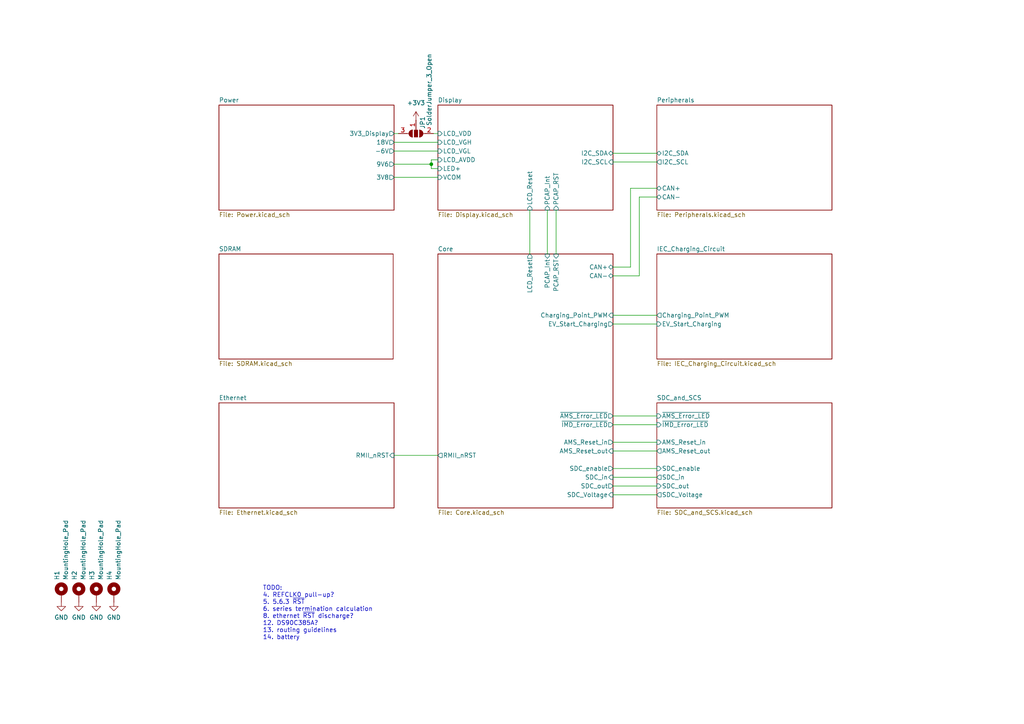
<source format=kicad_sch>
(kicad_sch (version 20250114) (generator "eeschema") (generator_version "9.0")
  (paper "A4")
  (lib_symbols
    (symbol "Jumper:SolderJumper_3_Open" (pin_names (offset 0) (hide yes)) (exclude_from_sim yes) (in_bom no)
      (property "Reference" "JP1" (at -1.905 -3.175 90))
      (property "Value" "SolderJumper_3_Open" (at -3.81 -12.7 90))
      (symbol "SolderJumper_3_Open_0_1"
        (polyline (pts (xy -2.54 0) (xy -2.032 0)))
        (polyline (pts (xy -1.016 1.016) (xy -1.016 -1.016)))
        (arc (start -1.016 -1.016) (mid -2.0276 0) (end -1.016 1.016))
        (arc (start -1.016 -1.016) (mid -2.0276 0) (end -1.016 1.016) (fill (type outline)))
        (rectangle (start -0.508 1.016) (end 0.508 -1.016) (fill (type outline)))
        (polyline (pts (xy 0 -1.27) (xy 0 -1.016)))
        (arc (start 1.016 1.016) (mid 2.0276 0) (end 1.016 -1.016))
        (arc (start 1.016 1.016) (mid 2.0276 0) (end 1.016 -1.016) (fill (type outline)))
        (polyline (pts (xy 1.016 1.016) (xy 1.016 -1.016)))
        (polyline (pts (xy 2.54 0) (xy 2.032 0)))
      )
      (symbol "SolderJumper_3_Open_1_1"
        (pin passive line (at -5.08 0 0) (length 2.54) (name "A") (number "2"))
        (pin passive line (at 0 -3.81 90) (length 2.54) (name "C") (number "1"))
        (pin passive line (at 5.08 0 180) (length 2.54) (name "B") (number "3"))
      )
    )
    (symbol "Mechanical:MountingHole_Pad" (pin_numbers (hide yes)) (pin_names (offset 1.016) (hide yes)) (in_bom no)
      (property "Reference" "H" (at 0 6.35 0))
      (property "Value" "MountingHole_Pad" (at 0 4.445 0))
      (symbol "MountingHole_Pad_0_1"
        (circle (center 0 1.27) (radius 1.27) (stroke (width 1.27)))
      )
      (symbol "MountingHole_Pad_1_1"
        (pin input line (at 0 -2.54 90) (length 2.54) (name "1") (number "1"))
      )
    )
    (symbol "power:+3V3" (power) (pin_numbers (hide yes)) (pin_names (offset 0) (hide yes))
      (property "Value" "+3V3" (at 0 3.556 0))
      (symbol "+3V3_0_1"
        (polyline (pts (xy -0.762 1.27) (xy 0 2.54)))
        (polyline (pts (xy 0 2.54) (xy 0.762 1.27)))
        (polyline (pts (xy 0 0) (xy 0 2.54)))
      )
      (symbol "+3V3_1_1"
        (pin power_in line (at 0 0 90) (length 0) (name "~") (number "1"))
      )
    )
    (symbol "power:GND" (power) (pin_numbers (hide yes)) (pin_names (offset 0) (hide yes))
      (property "Value" "GND" (at 0 -3.81 0))
      (symbol "GND_0_1"
        (polyline (pts (xy 0 0) (xy 0 -1.27) (xy 1.27 -1.27) (xy 0 -2.54) (xy -1.27 -1.27) (xy 0 -1.27)))
      )
      (symbol "GND_1_1"
        (pin power_in line (at 0 0 270) (length 0) (name "~") (number "1"))
      )
    )
  )
  (text "TODO:\n4. REFCLK0 pull-up?\n5. 5.6.3 ~{RST}\n6. series termination calculation\n8. ethernet ~{RST} discharge?\n12. DS90C385A?\n13. routing guidelines\n14. battery" (at 76.2 177.8 0) (effects (font (size 1.27 1.27)) (justify left)))
  (junction (at 125.095 47.625))
  (wire (pts (xy 177.8 44.45) (xy 190.5 44.45)))
  (wire (pts (xy 177.8 46.99) (xy 190.5 46.99)))
  (wire (pts (xy 177.8 93.98) (xy 190.5 93.98)))
  (wire (pts (xy 177.8 130.81) (xy 190.5 130.81)))
  (wire (pts (xy 182.88 54.61) (xy 190.5 54.61)))
  (wire (pts (xy 190.5 57.15) (xy 185.42 57.15)))
  (wire (pts (xy 114.3 132.08) (xy 127 132.08)))
  (wire (pts (xy 114.3 47.625) (xy 125.095 47.625)))
  (wire (pts (xy 177.8 91.44) (xy 190.5 91.44)))
  (wire (pts (xy 125.095 46.355) (xy 125.095 47.625)))
  (wire (pts (xy 177.8 120.65) (xy 190.5 120.65)))
  (wire (pts (xy 177.8 77.47) (xy 182.88 77.47)))
  (wire (pts (xy 177.8 138.43) (xy 190.5 138.43)))
  (wire (pts (xy 114.3 38.735) (xy 115.57 38.735)))
  (wire (pts (xy 114.3 43.815) (xy 127 43.815)))
  (wire (pts (xy 127 46.355) (xy 125.095 46.355)))
  (wire (pts (xy 177.8 140.97) (xy 190.5 140.97)))
  (wire (pts (xy 182.88 77.47) (xy 182.88 54.61)))
  (wire (pts (xy 114.3 51.435) (xy 127 51.435)))
  (wire (pts (xy 177.8 135.89) (xy 190.5 135.89)))
  (wire (pts (xy 185.42 80.01) (xy 177.8 80.01)))
  (wire (pts (xy 153.67 60.96) (xy 153.67 73.66)))
  (wire (pts (xy 185.42 57.15) (xy 185.42 80.01)))
  (wire (pts (xy 125.095 48.895) (xy 127 48.895)))
  (wire (pts (xy 158.75 60.96) (xy 158.75 73.66)))
  (wire (pts (xy 161.29 60.96) (xy 161.29 73.66)))
  (wire (pts (xy 177.8 143.51) (xy 190.5 143.51)))
  (wire (pts (xy 114.3 41.275) (xy 127 41.275)))
  (wire (pts (xy 125.095 47.625) (xy 125.095 48.895)))
  (wire (pts (xy 177.8 123.19) (xy 190.5 123.19)))
  (wire (pts (xy 125.73 38.735) (xy 127 38.735)))
  (wire (pts (xy 177.8 128.27) (xy 190.5 128.27)))
  (symbol (lib_id "Mechanical:MountingHole_Pad") (at 27.94 172.085 0) (unit 1) (in_bom no)
    (property "Reference" "H3" (at 26.67 168.275 90) (effects (justify left)))
    (property "Value" "MountingHole_Pad" (at 29.21 168.275 90) (effects (justify left)))
    (property "Footprint" "MountingHole:MountingHole_3.2mm_M3_ISO14580_Pad_TopBottom" (effects (hide yes)))
    (property "Description" "Mounting Hole with connection" (effects (hide yes)))
  )
  (symbol (lib_id "Mechanical:MountingHole_Pad") (at 17.78 172.085 0) (unit 1) (in_bom no)
    (property "Reference" "H1" (at 16.51 168.275 90) (effects (justify left)))
    (property "Value" "MountingHole_Pad" (at 19.05 168.275 90) (effects (justify left)))
    (property "Footprint" "MountingHole:MountingHole_3.2mm_M3_ISO14580_Pad_TopBottom" (effects (hide yes)))
    (property "Description" "Mounting Hole with connection" (effects (hide yes)))
  )
  (symbol (lib_id "Mechanical:MountingHole_Pad") (at 22.86 172.085 0) (unit 1) (in_bom no)
    (property "Reference" "H2" (at 21.59 168.275 90) (effects (justify left)))
    (property "Value" "MountingHole_Pad" (at 24.13 168.275 90) (effects (justify left)))
    (property "Footprint" "MountingHole:MountingHole_3.2mm_M3_ISO14580_Pad_TopBottom" (effects (hide yes)))
    (property "Description" "Mounting Hole with connection" (effects (hide yes)))
  )
  (symbol (lib_id "power:GND") (at 33.02 174.625 0) (unit 1)
    (property "Reference" "#PWR0216" (effects (hide yes)))
    (property "Value" "GND" (at 33.02 179.07 0))
    (property "Description" "Power symbol creates a global label with name \"GND\" , ground" (effects (hide yes)))
  )
  (symbol (lib_id "Mechanical:MountingHole_Pad") (at 33.02 172.085 0) (unit 1) (in_bom no)
    (property "Reference" "H4" (at 31.75 168.275 90) (effects (justify left)))
    (property "Value" "MountingHole_Pad" (at 34.29 168.275 90) (effects (justify left)))
    (property "Footprint" "MountingHole:MountingHole_3.2mm_M3_ISO14580_Pad_TopBottom" (effects (hide yes)))
    (property "Description" "Mounting Hole with connection" (effects (hide yes)))
  )
  (symbol (lib_id "Jumper:SolderJumper_3_Open") (at 120.65 38.735 180) (unit 1) (in_bom no)
    (property "Reference" "JP1" (at 122.555 35.56 90))
    (property "Value" "SolderJumper_3_Open" (at 124.46 26.035 90))
    (property "Footprint" "Jumper:SolderJumper-3_P1.3mm_Open_RoundedPad1.0x1.5mm" (effects (hide yes)))
    (property "Description" "Solder Jumper, 3-pole, open" (effects (hide yes)))
  )
  (symbol (lib_id "power:GND") (at 22.86 174.625 0) (unit 1)
    (property "Reference" "#PWR0214" (effects (hide yes)))
    (property "Value" "GND" (at 22.86 179.07 0))
    (property "Description" "Power symbol creates a global label with name \"GND\" , ground" (effects (hide yes)))
  )
  (symbol (lib_id "power:GND") (at 17.78 174.625 0) (unit 1)
    (property "Reference" "#PWR0213" (effects (hide yes)))
    (property "Value" "GND" (at 17.78 179.07 0))
    (property "Description" "Power symbol creates a global label with name \"GND\" , ground" (effects (hide yes)))
  )
  (symbol (lib_id "power:GND") (at 27.94 174.625 0) (unit 1)
    (property "Reference" "#PWR0215" (effects (hide yes)))
    (property "Value" "GND" (at 27.94 179.07 0))
    (property "Description" "Power symbol creates a global label with name \"GND\" , ground" (effects (hide yes)))
  )
  (symbol (lib_id "power:+3V3") (at 120.65 34.925 0) (unit 1)
    (property "Reference" "#PWR01" (effects (hide yes)))
    (property "Value" "+3V3" (at 120.65 29.845 0))
    (property "Description" "Power symbol creates a global label with name \"+3V3\"" (effects (hide yes)))
  )
  (sheet (at 63.5 73.66) (size 50.546 30.48) (stroke (width 0.1524))
    (property "Sheetname" "SDRAM" (at 63.5 72.9484 0) (effects (justify left bottom)))
    (property "Sheetfile" "SDRAM.kicad_sch" (at 63.5 104.7246 0) (effects (justify left top)))
  )
  (sheet (at 127 30.48) (size 50.8 30.48) (stroke (width 0.1524))
    (property "Sheetname" "Display" (at 127 29.7684 0) (effects (justify left bottom)))
    (property "Sheetfile" "Display.kicad_sch" (at 127 61.5446 0) (effects (justify left top)))
    (pin "VCOM" input (at 127 51.435 180))
    (pin "LCD_VDD" input (at 127 38.735 180))
    (pin "LED+" input (at 127 48.895 180))
    (pin "I2C_SCL" input (at 177.8 46.99 0))
    (pin "PCAP_Int" input (at 158.75 60.96 270))
    (pin "I2C_SDA" bidirectional (at 177.8 44.45 0))
    (pin "PCAP_RST" input (at 161.29 60.96 270))
    (pin "LCD_VGH" input (at 127 41.275 180))
    (pin "LCD_VGL" input (at 127 43.815 180))
    (pin "LCD_AVDD" input (at 127 46.355 180))
    (pin "LCD_Reset" input (at 153.67 60.96 270))
  )
  (sheet (at 127 73.66) (size 50.8 73.66) (stroke (width 0.1524))
    (property "Sheetname" "Core" (at 127 72.9484 0) (effects (justify left bottom)))
    (property "Sheetfile" "Core.kicad_sch" (at 127 147.9046 0) (effects (justify left top)))
    (pin "PCAP_RST" input (at 161.29 73.66 90))
    (pin "PCAP_Int" input (at 158.75 73.66 90))
    (pin "~{AMS_Error_LED}" output (at 177.8 120.65 0))
    (pin "~{IMD_Error_LED}" output (at 177.8 123.19 0))
    (pin "SDC_enable" output (at 177.8 135.89 0))
    (pin "AMS_Reset_out" input (at 177.8 130.81 0))
    (pin "SDC_Voltage" input (at 177.8 143.51 0))
    (pin "SDC_in" input (at 177.8 138.43 0))
    (pin "SDC_out" output (at 177.8 140.97 0))
    (pin "AMS_Reset_in" output (at 177.8 128.27 0))
    (pin "EV_Start_Charging" output (at 177.8 93.98 0))
    (pin "Charging_Point_PWM" input (at 177.8 91.44 0))
    (pin "LCD_Reset" output (at 153.67 73.66 90))
    (pin "RMII_nRST" output (at 127 132.08 180))
    (pin "CAN-" bidirectional (at 177.8 80.01 0))
    (pin "CAN+" bidirectional (at 177.8 77.47 0))
  )
  (sheet (at 63.5 116.84) (size 50.8 30.48) (stroke (width 0.1524))
    (property "Sheetname" "Ethernet" (at 63.5 116.1284 0) (effects (justify left bottom)))
    (property "Sheetfile" "Ethernet.kicad_sch" (at 63.5 147.9046 0) (effects (justify left top)))
    (pin "RMII_nRST" input (at 114.3 132.08 0))
  )
  (sheet (at 190.5 116.84) (size 50.8 30.48) (stroke (width 0.1524))
    (property "Sheetname" "SDC_and_SCS" (at 190.5 116.1284 0) (effects (justify left bottom)))
    (property "Sheetfile" "SDC_and_SCS.kicad_sch" (at 190.5 147.9046 0) (effects (justify left top)))
    (pin "~{IMD_Error_LED}" input (at 190.5 123.19 180))
    (pin "~{AMS_Error_LED}" input (at 190.5 120.65 180))
    (pin "AMS_Reset_in" input (at 190.5 128.27 180))
    (pin "AMS_Reset_out" output (at 190.5 130.81 180))
    (pin "SDC_enable" input (at 190.5 135.89 180))
    (pin "SDC_in" output (at 190.5 138.43 180))
    (pin "SDC_Voltage" output (at 190.5 143.51 180))
    (pin "SDC_out" input (at 190.5 140.97 180))
  )
  (sheet (at 190.5 30.48) (size 50.8 30.48) (stroke (width 0.1524))
    (property "Sheetname" "Peripherals" (at 190.5 29.7684 0) (effects (justify left bottom)))
    (property "Sheetfile" "Peripherals.kicad_sch" (at 190.5 61.5446 0) (effects (justify left top)))
    (pin "I2C_SDA" bidirectional (at 190.5 44.45 180))
    (pin "I2C_SCL" output (at 190.5 46.99 180))
    (pin "CAN-" bidirectional (at 190.5 57.15 180))
    (pin "CAN+" bidirectional (at 190.5 54.61 180))
  )
  (sheet (at 190.5 73.66) (size 50.8 30.48) (stroke (width 0.1524))
    (property "Sheetname" "IEC_Charging_Circuit" (at 190.5 72.9484 0) (effects (justify left bottom)))
    (property "Sheetfile" "IEC_Charging_Circuit.kicad_sch" (at 190.5 104.7246 0) (effects (justify left top)))
    (pin "Charging_Point_PWM" output (at 190.5 91.44 180))
    (pin "EV_Start_Charging" input (at 190.5 93.98 180))
  )
  (sheet (at 63.5 30.48) (size 50.8 30.48) (stroke (width 0.1524))
    (property "Sheetname" "Power" (at 63.5 29.7684 0) (effects (justify left bottom)))
    (property "Sheetfile" "Power.kicad_sch" (at 63.5 61.5446 0) (effects (justify left top)))
    (pin "3V3_Display" output (at 114.3 38.735 0))
    (pin "3V8" output (at 114.3 51.435 0))
    (pin "18V" output (at 114.3 41.275 0))
    (pin "-6V" output (at 114.3 43.815 0))
    (pin "9V6" output (at 114.3 47.625 0))
  )
)
</source>
